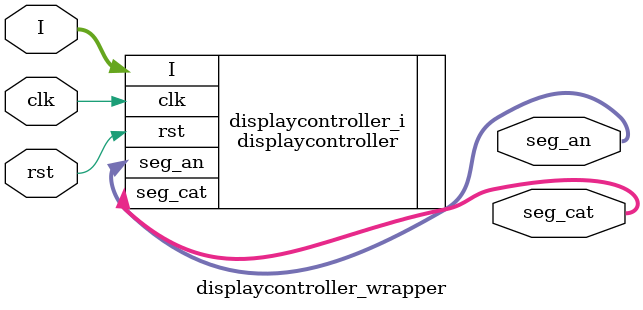
<source format=v>
`timescale 1 ps / 1 ps

module displaycontroller_wrapper
   (I,
    clk,
    rst,
    seg_an,
    seg_cat);
  input [13:0]I;
  input clk;
  input rst;
  output [3:0]seg_an;
  output [7:0]seg_cat;

  wire [13:0]I;
  wire clk;
  wire rst;
  wire [3:0]seg_an;
  wire [7:0]seg_cat;

  displaycontroller displaycontroller_i
       (.I(I),
        .clk(clk),
        .rst(rst),
        .seg_an(seg_an),
        .seg_cat(seg_cat));
endmodule

</source>
